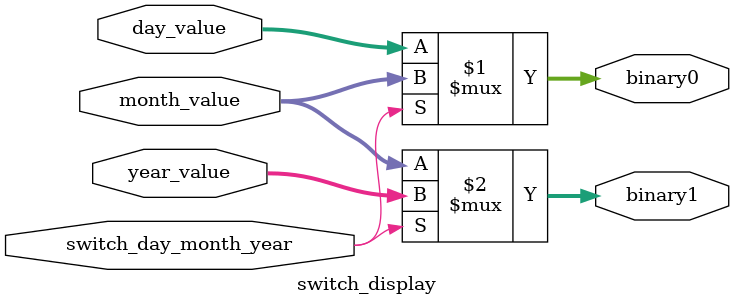
<source format=v>
module switch_display(
  output [6:0] binary0,
  output [6:0] binary1,
  
  input  [6:0] day_value,
  input  [6:0] month_value,
  input  [6:0] year_value,
  
  input  switch_day_month_year
);
  
  assign binary0 = (switch_day_month_year) ? (month_value) : (day_value);
  assign binary1 = (switch_day_month_year) ? (year_value)  : (month_value);

endmodule

</source>
